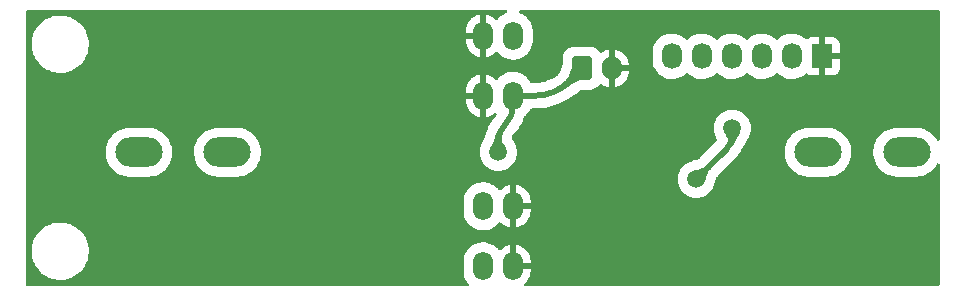
<source format=gbr>
G04 #@! TF.GenerationSoftware,KiCad,Pcbnew,6.0.11-2627ca5db0~126~ubuntu22.04.1*
G04 #@! TF.CreationDate,2023-03-12T11:08:40-04:00*
G04 #@! TF.ProjectId,ESP-Mailbox-rounded,4553502d-4d61-4696-9c62-6f782d726f75,rev?*
G04 #@! TF.SameCoordinates,PX4692680PY5d75c80*
G04 #@! TF.FileFunction,Copper,L2,Bot*
G04 #@! TF.FilePolarity,Positive*
%FSLAX46Y46*%
G04 Gerber Fmt 4.6, Leading zero omitted, Abs format (unit mm)*
G04 Created by KiCad (PCBNEW 6.0.11-2627ca5db0~126~ubuntu22.04.1) date 2023-03-12 11:08:40*
%MOMM*%
%LPD*%
G01*
G04 APERTURE LIST*
G04 Aperture macros list*
%AMRoundRect*
0 Rectangle with rounded corners*
0 $1 Rounding radius*
0 $2 $3 $4 $5 $6 $7 $8 $9 X,Y pos of 4 corners*
0 Add a 4 corners polygon primitive as box body*
4,1,4,$2,$3,$4,$5,$6,$7,$8,$9,$2,$3,0*
0 Add four circle primitives for the rounded corners*
1,1,$1+$1,$2,$3*
1,1,$1+$1,$4,$5*
1,1,$1+$1,$6,$7*
1,1,$1+$1,$8,$9*
0 Add four rect primitives between the rounded corners*
20,1,$1+$1,$2,$3,$4,$5,0*
20,1,$1+$1,$4,$5,$6,$7,0*
20,1,$1+$1,$6,$7,$8,$9,0*
20,1,$1+$1,$8,$9,$2,$3,0*%
G04 Aperture macros list end*
G04 #@! TA.AperFunction,ComponentPad*
%ADD10O,1.700000X2.400000*%
G04 #@! TD*
G04 #@! TA.AperFunction,ComponentPad*
%ADD11RoundRect,0.250000X-0.600000X-0.750000X0.600000X-0.750000X0.600000X0.750000X-0.600000X0.750000X0*%
G04 #@! TD*
G04 #@! TA.AperFunction,ComponentPad*
%ADD12O,1.700000X2.000000*%
G04 #@! TD*
G04 #@! TA.AperFunction,ComponentPad*
%ADD13R,1.700000X2.000000*%
G04 #@! TD*
G04 #@! TA.AperFunction,ComponentPad*
%ADD14O,1.700000X2.200000*%
G04 #@! TD*
G04 #@! TA.AperFunction,ComponentPad*
%ADD15O,4.000000X2.500000*%
G04 #@! TD*
G04 #@! TA.AperFunction,ViaPad*
%ADD16C,1.500000*%
G04 #@! TD*
G04 #@! TA.AperFunction,Conductor*
%ADD17C,0.500000*%
G04 #@! TD*
G04 APERTURE END LIST*
D10*
G04 #@! TO.P,SW1,1,A*
G04 #@! TO.N,/RST*
X42058000Y16934000D03*
X42058000Y22014000D03*
G04 #@! TO.P,SW1,2,B*
G04 #@! TO.N,GND*
X39518000Y16934000D03*
X39518000Y22014000D03*
G04 #@! TD*
D11*
G04 #@! TO.P,J2,1,Pin_1*
G04 #@! TO.N,/RST*
X47920000Y19260000D03*
D12*
G04 #@! TO.P,J2,2,Pin_2*
G04 #@! TO.N,GND*
X50420000Y19260000D03*
G04 #@! TD*
D10*
G04 #@! TO.P,SW2,1,A*
G04 #@! TO.N,/FLASH*
X39538000Y2496000D03*
X39538000Y7576000D03*
G04 #@! TO.P,SW2,2,B*
G04 #@! TO.N,GND*
X42078000Y2496000D03*
X42078000Y7576000D03*
G04 #@! TD*
D13*
G04 #@! TO.P,J1,1,Pin_1*
G04 #@! TO.N,GND*
X68240000Y20276000D03*
D14*
G04 #@! TO.P,J1,2,Pin_2*
G04 #@! TO.N,unconnected-(J1-Pad2)*
X65700000Y20276000D03*
G04 #@! TO.P,J1,3,Pin_3*
G04 #@! TO.N,+3.3V*
X63160000Y20276000D03*
G04 #@! TO.P,J1,4,Pin_4*
G04 #@! TO.N,/RX*
X60620000Y20276000D03*
G04 #@! TO.P,J1,5,Pin_5*
G04 #@! TO.N,/TX*
X58080000Y20276000D03*
G04 #@! TO.P,J1,6,Pin_6*
G04 #@! TO.N,unconnected-(J1-Pad6)*
X55540000Y20276000D03*
G04 #@! TD*
D15*
G04 #@! TO.P,BT1,1,+*
G04 #@! TO.N,VCC*
X75380000Y12148000D03*
X67880000Y12148000D03*
G04 #@! TO.P,BT1,2,-*
G04 #@! TO.N,Net-(BT1-Pad2)*
X10380000Y12148000D03*
X17880000Y12148000D03*
G04 #@! TD*
D16*
G04 #@! TO.N,+3.3V*
X57572000Y9862000D03*
X60620000Y14180000D03*
G04 #@! TO.N,GND*
X70780000Y20276000D03*
X53254000Y13164000D03*
X22266000Y21292000D03*
X13376000Y14942000D03*
X36998000Y22054000D03*
X17186000Y16212000D03*
X28108000Y6814000D03*
X25568000Y9608000D03*
X22266000Y16720000D03*
X22266000Y19768000D03*
X30648000Y9608000D03*
X57572000Y14688000D03*
X63414000Y15196000D03*
X28108000Y11894000D03*
X68240000Y17990000D03*
X32934000Y5544000D03*
X16932000Y5798000D03*
X22266000Y18244000D03*
X54778000Y14688000D03*
X14138000Y13418000D03*
X15154000Y14942000D03*
G04 #@! TO.N,/RST*
X40808000Y12148000D03*
G04 #@! TD*
D17*
G04 #@! TO.N,/RST*
X43949269Y16934013D02*
G75*
G03*
X46757000Y18097000I31J3970687D01*
G01*
X42058000Y16055000D02*
G75*
G02*
X42937000Y16934000I879000J0D01*
G01*
X40807992Y13042117D02*
G75*
G02*
X41432999Y14551001I2133908J-17D01*
G01*
X41436455Y14554452D02*
G75*
G03*
X42058000Y16055000I-1500555J1500548D01*
G01*
G04 #@! TO.N,+3.3V*
X60170982Y12460993D02*
G75*
G03*
X60620000Y13545000I-1083982J1084007D01*
G01*
X60170987Y12460988D02*
X57572000Y9862000D01*
X60620000Y14180000D02*
X60620000Y13545000D01*
G04 #@! TO.N,/RST*
X41432999Y14551001D02*
X41436453Y14554454D01*
X40808000Y13042117D02*
X40808000Y12148000D01*
X43949269Y16934000D02*
X42937000Y16934000D01*
X46757000Y18097000D02*
X47920000Y19260000D01*
G04 #@! TD*
G04 #@! TA.AperFunction,Conductor*
G04 #@! TO.N,+3.3V*
G36*
X58456811Y11084365D02*
G01*
X58794363Y10746813D01*
X58797790Y10738540D01*
X58794636Y10730549D01*
X58744201Y10676615D01*
X58686027Y10614406D01*
X58685875Y10614214D01*
X58685866Y10614204D01*
X58596736Y10501870D01*
X58596549Y10501634D01*
X58529203Y10397143D01*
X58529068Y10396873D01*
X58529063Y10396865D01*
X58485144Y10309305D01*
X58479263Y10297579D01*
X58442002Y10199588D01*
X58412694Y10099818D01*
X58386612Y9994915D01*
X58359064Y9881662D01*
X58358991Y9881378D01*
X58325287Y9756534D01*
X58325138Y9756030D01*
X58283006Y9623851D01*
X58277229Y9617009D01*
X58272089Y9615706D01*
X57672148Y9603977D01*
X57319001Y9597073D01*
X57310662Y9600338D01*
X57307074Y9609000D01*
X57320539Y10297848D01*
X57325704Y10562089D01*
X57329292Y10570292D01*
X57333849Y10573006D01*
X57466027Y10615139D01*
X57466530Y10615288D01*
X57499733Y10624252D01*
X57591462Y10649016D01*
X57591586Y10649048D01*
X57704912Y10676614D01*
X57809816Y10702696D01*
X57833803Y10709742D01*
X57909363Y10731938D01*
X57909374Y10731942D01*
X57909586Y10732004D01*
X58007576Y10769265D01*
X58019302Y10775146D01*
X58106862Y10819065D01*
X58106870Y10819070D01*
X58107140Y10819205D01*
X58107400Y10819373D01*
X58107406Y10819376D01*
X58211378Y10886387D01*
X58211382Y10886390D01*
X58211632Y10886551D01*
X58211868Y10886738D01*
X58324202Y10975868D01*
X58324212Y10975877D01*
X58324404Y10976029D01*
X58440549Y11084639D01*
X58448930Y11087785D01*
X58456811Y11084365D01*
G37*
G04 #@! TD.AperFunction*
G04 #@! TD*
G04 #@! TA.AperFunction,Conductor*
G04 #@! TO.N,/RST*
G36*
X40968023Y13765924D02*
G01*
X41162770Y13694511D01*
X41169358Y13688445D01*
X41169933Y13680113D01*
X41123079Y13526496D01*
X41100137Y13384165D01*
X41100912Y13259057D01*
X41121984Y13146521D01*
X41159929Y13041908D01*
X41211327Y12940567D01*
X41272755Y12837847D01*
X41272791Y12837790D01*
X41340727Y12729202D01*
X41340857Y12728989D01*
X41411854Y12609939D01*
X41412157Y12609399D01*
X41479063Y12482391D01*
X41479887Y12473474D01*
X41477144Y12468828D01*
X40816433Y11781769D01*
X40808229Y11778181D01*
X40799567Y11781769D01*
X40138631Y12469062D01*
X40135366Y12477400D01*
X40136518Y12482238D01*
X40209561Y12634244D01*
X40274310Y12772053D01*
X40274343Y12772125D01*
X40330016Y12894620D01*
X40330054Y12894703D01*
X40379596Y13008552D01*
X40393284Y13041595D01*
X40425718Y13119897D01*
X40425743Y13119957D01*
X40471299Y13235275D01*
X40519071Y13360865D01*
X40571863Y13503085D01*
X40632481Y13668290D01*
X40699705Y13851849D01*
X40705767Y13858439D01*
X40714719Y13858810D01*
X40968023Y13765924D01*
G37*
G04 #@! TD.AperFunction*
G04 #@! TD*
G04 #@! TA.AperFunction,Conductor*
G04 #@! TO.N,/RST*
G36*
X48216694Y19557017D02*
G01*
X48220282Y19548355D01*
X48199106Y18465097D01*
X48195518Y18456893D01*
X48191409Y18454332D01*
X47947302Y18365477D01*
X47734322Y18278956D01*
X47734238Y18278917D01*
X47734221Y18278910D01*
X47567537Y18202095D01*
X47550084Y18194052D01*
X47549973Y18193994D01*
X47549953Y18193984D01*
X47384788Y18107369D01*
X47384666Y18107305D01*
X47228143Y18015255D01*
X47070592Y17914441D01*
X46902090Y17801402D01*
X46712713Y17672678D01*
X46492537Y17524808D01*
X46247656Y17364797D01*
X46241507Y17360779D01*
X46232707Y17359122D01*
X46225265Y17364246D01*
X45967400Y17765378D01*
X45965809Y17774191D01*
X45970615Y17781347D01*
X46164236Y17914420D01*
X46201151Y17939791D01*
X46294635Y18015327D01*
X46393332Y18095075D01*
X46393340Y18095082D01*
X46393565Y18095264D01*
X46545952Y18245825D01*
X46665753Y18395960D01*
X46760412Y18550152D01*
X46760548Y18550439D01*
X46837278Y18712687D01*
X46837283Y18712699D01*
X46837372Y18712887D01*
X46904075Y18888649D01*
X46967965Y19081924D01*
X47036484Y19297196D01*
X47065175Y19383262D01*
X47114464Y19531112D01*
X47120331Y19537877D01*
X47125334Y19539110D01*
X48208355Y19560282D01*
X48216694Y19557017D01*
G37*
G04 #@! TD.AperFunction*
G04 #@! TD*
G04 #@! TA.AperFunction,Conductor*
G04 #@! TO.N,+3.3V*
G36*
X60641765Y14545480D02*
G01*
X60642496Y14544644D01*
X61247317Y13783282D01*
X61249780Y13774672D01*
X61248111Y13769856D01*
X61243806Y13762885D01*
X61168170Y13640418D01*
X61099249Y13520757D01*
X61041420Y13413028D01*
X60990437Y13312392D01*
X60990419Y13312356D01*
X60942068Y13214042D01*
X60942052Y13214010D01*
X60892086Y13113177D01*
X60892001Y13113007D01*
X60836145Y13004753D01*
X60836009Y13004499D01*
X60822942Y12980636D01*
X60770095Y12884127D01*
X60769972Y12883909D01*
X60689663Y12746403D01*
X60689502Y12746135D01*
X60596739Y12596634D01*
X60589465Y12591411D01*
X60580509Y12592937D01*
X60178008Y12849519D01*
X60172874Y12856855D01*
X60173975Y12864892D01*
X60235471Y12980135D01*
X60235472Y12980138D01*
X60235738Y12980636D01*
X60269979Y13092706D01*
X60276293Y13194603D01*
X60259376Y13289378D01*
X60250346Y13312481D01*
X60224060Y13379727D01*
X60224060Y13379728D01*
X60223920Y13380085D01*
X60174621Y13469775D01*
X60174523Y13469928D01*
X60174517Y13469939D01*
X60116172Y13561501D01*
X60116168Y13561507D01*
X60116163Y13561515D01*
X60053390Y13658126D01*
X60053155Y13658503D01*
X59990831Y13762885D01*
X59990400Y13763675D01*
X59936691Y13871728D01*
X59936077Y13880662D01*
X59939054Y13885366D01*
X60625221Y14545796D01*
X60633559Y14549064D01*
X60641765Y14545480D01*
G37*
G04 #@! TD.AperFunction*
G04 #@! TD*
G04 #@! TA.AperFunction,Conductor*
G04 #@! TO.N,GND*
G36*
X41514027Y24159498D02*
G01*
X41560520Y24105842D01*
X41570624Y24035568D01*
X41541130Y23970988D01*
X41486407Y23934187D01*
X41400672Y23905084D01*
X41175130Y23787924D01*
X40969904Y23637996D01*
X40789718Y23458751D01*
X40786874Y23454900D01*
X40755356Y23412229D01*
X40698795Y23369319D01*
X40628013Y23363799D01*
X40560811Y23402290D01*
X40527451Y23438953D01*
X40519918Y23445978D01*
X40338332Y23589385D01*
X40329745Y23595090D01*
X40127183Y23706911D01*
X40117774Y23711139D01*
X39899666Y23788375D01*
X39889700Y23791008D01*
X39789836Y23808797D01*
X39776541Y23807338D01*
X39772000Y23792780D01*
X39772000Y20233793D01*
X39775918Y20220449D01*
X39790194Y20218462D01*
X39854724Y20228337D01*
X39864752Y20230726D01*
X40084682Y20302610D01*
X40094192Y20306607D01*
X40299424Y20413444D01*
X40308149Y20418938D01*
X40493181Y20557864D01*
X40500888Y20564707D01*
X40563069Y20629776D01*
X40624593Y20665206D01*
X40695505Y20661749D01*
X40751874Y20622277D01*
X40842696Y20510720D01*
X40846247Y20507506D01*
X41027579Y20343372D01*
X41027583Y20343369D01*
X41031126Y20340162D01*
X41035111Y20337530D01*
X41035114Y20337527D01*
X41212335Y20220449D01*
X41243186Y20200068D01*
X41247527Y20198067D01*
X41247532Y20198064D01*
X41469645Y20095669D01*
X41469648Y20095668D01*
X41473997Y20093663D01*
X41478599Y20092339D01*
X41713654Y20024715D01*
X41713659Y20024714D01*
X41718247Y20023394D01*
X41913115Y19998258D01*
X41965578Y19991491D01*
X41965580Y19991491D01*
X41970316Y19990880D01*
X42105059Y19994055D01*
X42219622Y19996755D01*
X42219627Y19996755D01*
X42224402Y19996868D01*
X42305283Y20011202D01*
X42469955Y20040386D01*
X42469959Y20040387D01*
X42474659Y20041220D01*
X42715328Y20122916D01*
X42940870Y20240076D01*
X43146096Y20390004D01*
X43326282Y20569249D01*
X43329123Y20573095D01*
X43329127Y20573100D01*
X43474437Y20769834D01*
X43474438Y20769835D01*
X43477282Y20773686D01*
X43479510Y20777920D01*
X43593397Y20994384D01*
X43593399Y20994389D01*
X43595621Y20998612D01*
X43678576Y21238850D01*
X43724238Y21488871D01*
X43728500Y21570196D01*
X43728500Y22428625D01*
X43718554Y22559375D01*
X43714501Y22612658D01*
X43714500Y22612663D01*
X43714138Y22617425D01*
X43705431Y22654993D01*
X43657831Y22860354D01*
X43656750Y22865018D01*
X43562570Y23101081D01*
X43479881Y23241741D01*
X43436194Y23316055D01*
X43436192Y23316058D01*
X43433767Y23320183D01*
X43273304Y23517280D01*
X43203060Y23580862D01*
X43088421Y23684628D01*
X43088417Y23684631D01*
X43084874Y23687838D01*
X43080889Y23690470D01*
X43080886Y23690473D01*
X42876806Y23825295D01*
X42876804Y23825296D01*
X42872814Y23827932D01*
X42868473Y23829933D01*
X42868468Y23829936D01*
X42747423Y23885738D01*
X42642003Y23934337D01*
X42637970Y23935497D01*
X42581220Y23977896D01*
X42556347Y24044393D01*
X42571373Y24113781D01*
X42621528Y24164031D01*
X42682017Y24179500D01*
X78053500Y24179500D01*
X78121621Y24159498D01*
X78168114Y24105842D01*
X78179500Y24053500D01*
X78179500Y13214835D01*
X78159498Y13146714D01*
X78105842Y13100221D01*
X78035568Y13090117D01*
X77970988Y13119611D01*
X77940252Y13159600D01*
X77936477Y13167339D01*
X77927484Y13185778D01*
X77925029Y13189417D01*
X77925026Y13189423D01*
X77768020Y13422194D01*
X77768015Y13422201D01*
X77765560Y13425840D01*
X77762193Y13429580D01*
X77574750Y13637756D01*
X77574749Y13637757D01*
X77571802Y13641030D01*
X77349981Y13827160D01*
X77104415Y13980607D01*
X76839882Y14098385D01*
X76602736Y14166385D01*
X76565759Y14176988D01*
X76565758Y14176988D01*
X76561532Y14178200D01*
X76557182Y14178811D01*
X76557179Y14178812D01*
X76451254Y14193699D01*
X76274783Y14218500D01*
X74557695Y14218500D01*
X74555509Y14218347D01*
X74555505Y14218347D01*
X74345523Y14203664D01*
X74345518Y14203663D01*
X74341138Y14203357D01*
X74057899Y14143152D01*
X74053770Y14141649D01*
X74053766Y14141648D01*
X73789940Y14045624D01*
X73789936Y14045622D01*
X73785795Y14044115D01*
X73530123Y13908171D01*
X73526564Y13905585D01*
X73526562Y13905584D01*
X73332389Y13764509D01*
X73295858Y13737968D01*
X73292694Y13734912D01*
X73292691Y13734910D01*
X73090723Y13539872D01*
X73090720Y13539868D01*
X73087561Y13536818D01*
X72909286Y13308636D01*
X72764503Y13057864D01*
X72656029Y12789382D01*
X72585976Y12508417D01*
X72585517Y12504049D01*
X72585516Y12504044D01*
X72566281Y12321031D01*
X72555708Y12220436D01*
X72555861Y12216048D01*
X72555861Y12216042D01*
X72565660Y11935443D01*
X72565814Y11931045D01*
X72566577Y11926721D01*
X72566577Y11926716D01*
X72593343Y11774922D01*
X72616097Y11645878D01*
X72617452Y11641707D01*
X72617454Y11641700D01*
X72670550Y11478288D01*
X72705578Y11370483D01*
X72707506Y11366530D01*
X72707508Y11366525D01*
X72755785Y11267543D01*
X72832516Y11110222D01*
X72834971Y11106583D01*
X72834974Y11106577D01*
X72991980Y10873806D01*
X72991985Y10873799D01*
X72994440Y10870160D01*
X73188198Y10654970D01*
X73410019Y10468840D01*
X73655585Y10315393D01*
X73793577Y10253955D01*
X73910584Y10201860D01*
X73920118Y10197615D01*
X74198468Y10117800D01*
X74202818Y10117189D01*
X74202821Y10117188D01*
X74300175Y10103506D01*
X74485217Y10077500D01*
X76202305Y10077500D01*
X76204491Y10077653D01*
X76204495Y10077653D01*
X76414477Y10092336D01*
X76414482Y10092337D01*
X76418862Y10092643D01*
X76702101Y10152848D01*
X76706230Y10154351D01*
X76706234Y10154352D01*
X76970060Y10250376D01*
X76970064Y10250378D01*
X76974205Y10251885D01*
X77229877Y10387829D01*
X77338170Y10466508D01*
X77460579Y10555443D01*
X77460582Y10555446D01*
X77464142Y10558032D01*
X77467309Y10561090D01*
X77669277Y10756128D01*
X77669280Y10756132D01*
X77672439Y10759182D01*
X77850714Y10987364D01*
X77944381Y11149600D01*
X77995763Y11198593D01*
X78065477Y11212029D01*
X78131388Y11185643D01*
X78172570Y11127811D01*
X78179500Y11086600D01*
X78179500Y946500D01*
X78159498Y878379D01*
X78105842Y831886D01*
X78053500Y820500D01*
X43137802Y820500D01*
X43069681Y840502D01*
X43023188Y894158D01*
X43013084Y964432D01*
X43042578Y1029012D01*
X43054148Y1040724D01*
X43060894Y1046714D01*
X43220749Y1213992D01*
X43227235Y1222002D01*
X43357621Y1413141D01*
X43362714Y1422105D01*
X43460138Y1631987D01*
X43463695Y1641655D01*
X43525529Y1864622D01*
X43527460Y1874742D01*
X43547644Y2063603D01*
X43548000Y2070295D01*
X43548000Y2223885D01*
X43543525Y2239124D01*
X43542135Y2240329D01*
X43534452Y2242000D01*
X41950000Y2242000D01*
X41881879Y2262002D01*
X41835386Y2315658D01*
X41824000Y2368000D01*
X41824000Y2768115D01*
X42332000Y2768115D01*
X42336475Y2752876D01*
X42337865Y2751671D01*
X42345548Y2750000D01*
X43529885Y2750000D01*
X43545124Y2754475D01*
X43546329Y2755865D01*
X43548000Y2763548D01*
X43548000Y2904688D01*
X43547788Y2909861D01*
X43533655Y3081761D01*
X43531972Y3091923D01*
X43475603Y3316341D01*
X43472282Y3326096D01*
X43380021Y3538280D01*
X43375143Y3547378D01*
X43249467Y3741643D01*
X43243175Y3749814D01*
X43087451Y3920952D01*
X43079918Y3927978D01*
X42898332Y4071385D01*
X42889745Y4077090D01*
X42687183Y4188911D01*
X42677774Y4193139D01*
X42459666Y4270375D01*
X42449700Y4273008D01*
X42349836Y4290797D01*
X42336541Y4289338D01*
X42332000Y4274780D01*
X42332000Y2768115D01*
X41824000Y2768115D01*
X41824000Y4276207D01*
X41820082Y4289551D01*
X41805806Y4291538D01*
X41741276Y4281663D01*
X41731248Y4279274D01*
X41511318Y4207390D01*
X41501808Y4203393D01*
X41296576Y4096556D01*
X41287851Y4091062D01*
X41102819Y3952136D01*
X41095112Y3945293D01*
X41032931Y3880224D01*
X40971407Y3844794D01*
X40900495Y3848251D01*
X40844125Y3887724D01*
X40804090Y3936900D01*
X40753304Y3999280D01*
X40703371Y4044477D01*
X40568421Y4166628D01*
X40568417Y4166631D01*
X40564874Y4169838D01*
X40560889Y4172470D01*
X40560886Y4172473D01*
X40356806Y4307295D01*
X40356804Y4307296D01*
X40352814Y4309932D01*
X40348473Y4311933D01*
X40348468Y4311936D01*
X40126355Y4414331D01*
X40126352Y4414332D01*
X40122003Y4416337D01*
X40117401Y4417661D01*
X39882346Y4485285D01*
X39882341Y4485286D01*
X39877753Y4486606D01*
X39682885Y4511742D01*
X39630422Y4518509D01*
X39630420Y4518509D01*
X39625684Y4519120D01*
X39490941Y4515945D01*
X39376378Y4513245D01*
X39376373Y4513245D01*
X39371598Y4513132D01*
X39290717Y4498798D01*
X39126045Y4469614D01*
X39126041Y4469613D01*
X39121341Y4468780D01*
X38880672Y4387084D01*
X38655130Y4269924D01*
X38449904Y4119996D01*
X38269718Y3940751D01*
X38266877Y3936905D01*
X38266873Y3936900D01*
X38128689Y3749814D01*
X38118718Y3736314D01*
X38116492Y3732084D01*
X38116490Y3732080D01*
X38014528Y3538280D01*
X38000379Y3511388D01*
X37917424Y3271150D01*
X37871762Y3021129D01*
X37867500Y2939804D01*
X37867500Y2081375D01*
X37867681Y2078996D01*
X37867681Y2078995D01*
X37877964Y1943822D01*
X37881862Y1892575D01*
X37939250Y1644982D01*
X38033430Y1408919D01*
X38162233Y1189817D01*
X38165257Y1186103D01*
X38295560Y1026051D01*
X38323057Y960595D01*
X38310801Y890664D01*
X38262683Y838461D01*
X38197848Y820500D01*
X946500Y820500D01*
X878379Y840502D01*
X831886Y894158D01*
X820500Y946500D01*
X820500Y3867569D01*
X1300645Y3867569D01*
X1300732Y3863568D01*
X1300732Y3863561D01*
X1307293Y3562839D01*
X1307381Y3558823D01*
X1353294Y3253435D01*
X1437639Y2956357D01*
X1439219Y2952661D01*
X1439220Y2952659D01*
X1457519Y2909861D01*
X1559048Y2672404D01*
X1561078Y2668951D01*
X1561082Y2668943D01*
X1713520Y2409639D01*
X1713524Y2409633D01*
X1715554Y2406180D01*
X1904618Y2161999D01*
X2123177Y1943822D01*
X2212717Y1874742D01*
X2288522Y1816259D01*
X2367687Y1755183D01*
X2371154Y1753153D01*
X2371157Y1753151D01*
X2578091Y1631987D01*
X2634184Y1599143D01*
X2637869Y1597575D01*
X2637873Y1597573D01*
X2812510Y1523264D01*
X2918349Y1478229D01*
X3045878Y1442262D01*
X3211707Y1395493D01*
X3211716Y1395491D01*
X3215574Y1394403D01*
X3219547Y1393813D01*
X3219546Y1393813D01*
X3517740Y1349514D01*
X3517747Y1349513D01*
X3521041Y1349024D01*
X3524374Y1348884D01*
X3524377Y1348884D01*
X3553591Y1347660D01*
X3605116Y1345500D01*
X3802114Y1345500D01*
X3927316Y1353487D01*
X4028185Y1359921D01*
X4028190Y1359922D01*
X4032193Y1360177D01*
X4036131Y1360939D01*
X4036132Y1360939D01*
X4331453Y1418076D01*
X4331457Y1418077D01*
X4335390Y1418838D01*
X4628676Y1515549D01*
X4907295Y1648742D01*
X4910660Y1650915D01*
X4910664Y1650917D01*
X5163367Y1814085D01*
X5163373Y1814090D01*
X5166733Y1816259D01*
X5402782Y2015383D01*
X5611616Y2242886D01*
X5663046Y2315658D01*
X5787534Y2491805D01*
X5787536Y2491808D01*
X5789849Y2495081D01*
X5927481Y2754475D01*
X5932710Y2764330D01*
X5932710Y2764331D01*
X5934593Y2767879D01*
X5999387Y2939804D01*
X6042084Y3053096D01*
X6042086Y3053102D01*
X6043501Y3056857D01*
X6095427Y3275668D01*
X6113878Y3353416D01*
X6113879Y3353421D01*
X6114807Y3357332D01*
X6147355Y3664431D01*
X6145880Y3732080D01*
X6140707Y3969161D01*
X6140706Y3969167D01*
X6140619Y3973177D01*
X6094706Y4278565D01*
X6091648Y4289338D01*
X6035466Y4487217D01*
X6010361Y4575643D01*
X5888952Y4859596D01*
X5886922Y4863049D01*
X5886918Y4863057D01*
X5734480Y5122361D01*
X5734476Y5122367D01*
X5732446Y5125820D01*
X5543382Y5370001D01*
X5324823Y5588178D01*
X5196578Y5687119D01*
X5083493Y5774364D01*
X5083489Y5774367D01*
X5080313Y5776817D01*
X5074088Y5780462D01*
X4817280Y5930829D01*
X4817277Y5930831D01*
X4813816Y5932857D01*
X4810131Y5934425D01*
X4810127Y5934427D01*
X4533345Y6052199D01*
X4529651Y6053771D01*
X4402122Y6089738D01*
X4236293Y6136507D01*
X4236284Y6136509D01*
X4232426Y6137597D01*
X4141888Y6151047D01*
X3930260Y6182486D01*
X3930253Y6182487D01*
X3926959Y6182976D01*
X3923626Y6183116D01*
X3923623Y6183116D01*
X3894409Y6184340D01*
X3842884Y6186500D01*
X3645886Y6186500D01*
X3520684Y6178513D01*
X3419815Y6172079D01*
X3419810Y6172078D01*
X3415807Y6171823D01*
X3411869Y6171061D01*
X3411868Y6171061D01*
X3116547Y6113924D01*
X3116543Y6113923D01*
X3112610Y6113162D01*
X2819324Y6016451D01*
X2540705Y5883258D01*
X2537340Y5881085D01*
X2537336Y5881083D01*
X2284633Y5717915D01*
X2284627Y5717910D01*
X2281267Y5715741D01*
X2045218Y5516617D01*
X1836384Y5289114D01*
X1658151Y5036919D01*
X1513407Y4764121D01*
X1511992Y4760365D01*
X1511991Y4760364D01*
X1418502Y4512298D01*
X1404499Y4475143D01*
X1403570Y4471228D01*
X1340010Y4203393D01*
X1333193Y4174668D01*
X1300645Y3867569D01*
X820500Y3867569D01*
X820500Y7161375D01*
X37867500Y7161375D01*
X37881862Y6972575D01*
X37939250Y6724982D01*
X38033430Y6488919D01*
X38162233Y6269817D01*
X38322696Y6072720D01*
X38326247Y6069506D01*
X38507579Y5905372D01*
X38507583Y5905369D01*
X38511126Y5902162D01*
X38515111Y5899530D01*
X38515114Y5899527D01*
X38719194Y5764705D01*
X38723186Y5762068D01*
X38727527Y5760067D01*
X38727532Y5760064D01*
X38949645Y5657669D01*
X38949648Y5657668D01*
X38953997Y5655663D01*
X38958599Y5654339D01*
X39193654Y5586715D01*
X39193659Y5586714D01*
X39198247Y5585394D01*
X39393115Y5560258D01*
X39445578Y5553491D01*
X39445580Y5553491D01*
X39450316Y5552880D01*
X39585059Y5556055D01*
X39699622Y5558755D01*
X39699627Y5558755D01*
X39704402Y5558868D01*
X39785283Y5573202D01*
X39949955Y5602386D01*
X39949959Y5602387D01*
X39954659Y5603220D01*
X40195328Y5684916D01*
X40420870Y5802076D01*
X40626096Y5952004D01*
X40806282Y6131249D01*
X40840644Y6177771D01*
X40897205Y6220681D01*
X40967987Y6226201D01*
X41035189Y6187710D01*
X41068549Y6151047D01*
X41076082Y6144022D01*
X41257668Y6000615D01*
X41266255Y5994910D01*
X41468817Y5883089D01*
X41478226Y5878861D01*
X41696334Y5801625D01*
X41706300Y5798992D01*
X41806164Y5781203D01*
X41819459Y5782662D01*
X41823555Y5795793D01*
X42332000Y5795793D01*
X42335918Y5782449D01*
X42350194Y5780462D01*
X42414724Y5790337D01*
X42424752Y5792726D01*
X42644682Y5864610D01*
X42654192Y5868607D01*
X42859424Y5975444D01*
X42868149Y5980938D01*
X43053181Y6119864D01*
X43060888Y6126707D01*
X43220749Y6293992D01*
X43227235Y6302002D01*
X43357621Y6493141D01*
X43362714Y6502105D01*
X43460138Y6711987D01*
X43463695Y6721655D01*
X43525529Y6944622D01*
X43527460Y6954742D01*
X43547644Y7143603D01*
X43548000Y7150295D01*
X43548000Y7303885D01*
X43543525Y7319124D01*
X43542135Y7320329D01*
X43534452Y7322000D01*
X42350115Y7322000D01*
X42334876Y7317525D01*
X42333671Y7316135D01*
X42332000Y7308452D01*
X42332000Y5795793D01*
X41823555Y5795793D01*
X41824000Y5797220D01*
X41824000Y7848115D01*
X42332000Y7848115D01*
X42336475Y7832876D01*
X42337865Y7831671D01*
X42345548Y7830000D01*
X43529885Y7830000D01*
X43545124Y7834475D01*
X43546329Y7835865D01*
X43548000Y7843548D01*
X43548000Y7984688D01*
X43547788Y7989861D01*
X43533655Y8161761D01*
X43531972Y8171923D01*
X43475603Y8396341D01*
X43472282Y8406096D01*
X43380021Y8618280D01*
X43375143Y8627378D01*
X43249467Y8821643D01*
X43243175Y8829814D01*
X43087451Y9000952D01*
X43079918Y9007978D01*
X42898332Y9151385D01*
X42889745Y9157090D01*
X42687183Y9268911D01*
X42677774Y9273139D01*
X42459666Y9350375D01*
X42449700Y9353008D01*
X42349836Y9370797D01*
X42336541Y9369338D01*
X42332000Y9354780D01*
X42332000Y7848115D01*
X41824000Y7848115D01*
X41824000Y9356207D01*
X41820082Y9369551D01*
X41805806Y9371538D01*
X41741276Y9361663D01*
X41731248Y9359274D01*
X41511318Y9287390D01*
X41501808Y9283393D01*
X41296576Y9176556D01*
X41287851Y9171062D01*
X41102819Y9032136D01*
X41095112Y9025293D01*
X41032931Y8960224D01*
X40971407Y8924794D01*
X40900495Y8928251D01*
X40844125Y8967724D01*
X40804090Y9016900D01*
X40753304Y9079280D01*
X40673651Y9151378D01*
X40568421Y9246628D01*
X40568417Y9246631D01*
X40564874Y9249838D01*
X40560889Y9252470D01*
X40560886Y9252473D01*
X40356806Y9387295D01*
X40356804Y9387296D01*
X40352814Y9389932D01*
X40348473Y9391933D01*
X40348468Y9391936D01*
X40126355Y9494331D01*
X40126352Y9494332D01*
X40122003Y9496337D01*
X40089510Y9505685D01*
X39882346Y9565285D01*
X39882341Y9565286D01*
X39877753Y9566606D01*
X39682885Y9591742D01*
X39630422Y9598509D01*
X39630420Y9598509D01*
X39625684Y9599120D01*
X39490941Y9595945D01*
X39376378Y9593245D01*
X39376373Y9593245D01*
X39371598Y9593132D01*
X39290717Y9578798D01*
X39126045Y9549614D01*
X39126041Y9549613D01*
X39121341Y9548780D01*
X39116814Y9547243D01*
X39116813Y9547243D01*
X39043095Y9522219D01*
X38880672Y9467084D01*
X38655130Y9349924D01*
X38449904Y9199996D01*
X38446512Y9196622D01*
X38446510Y9196620D01*
X38360625Y9111184D01*
X38269718Y9020751D01*
X38266877Y9016905D01*
X38266873Y9016900D01*
X38128689Y8829814D01*
X38118718Y8816314D01*
X38116492Y8812084D01*
X38116490Y8812080D01*
X38014528Y8618280D01*
X38000379Y8591388D01*
X37917424Y8351150D01*
X37871762Y8101129D01*
X37867500Y8019804D01*
X37867500Y7161375D01*
X820500Y7161375D01*
X820500Y9862000D01*
X55996644Y9862000D01*
X56016039Y9615560D01*
X56017193Y9610753D01*
X56017194Y9610747D01*
X56042503Y9505330D01*
X56073747Y9375188D01*
X56075640Y9370617D01*
X56075641Y9370615D01*
X56076170Y9369338D01*
X56168348Y9146803D01*
X56297510Y8936029D01*
X56300722Y8932269D01*
X56300725Y8932264D01*
X56388226Y8829814D01*
X56458055Y8748055D01*
X56461817Y8744842D01*
X56642264Y8590725D01*
X56642269Y8590722D01*
X56646029Y8587510D01*
X56856803Y8458348D01*
X56861378Y8456453D01*
X57080615Y8365641D01*
X57080617Y8365640D01*
X57085188Y8363747D01*
X57157252Y8346446D01*
X57320747Y8307194D01*
X57320753Y8307193D01*
X57325560Y8306039D01*
X57572000Y8286644D01*
X57818440Y8306039D01*
X57823247Y8307193D01*
X57823253Y8307194D01*
X57986748Y8346446D01*
X58058812Y8363747D01*
X58063383Y8365640D01*
X58063385Y8365641D01*
X58282622Y8456453D01*
X58287197Y8458348D01*
X58497971Y8587510D01*
X58501731Y8590722D01*
X58501736Y8590725D01*
X58682183Y8744842D01*
X58685945Y8748055D01*
X58755774Y8829814D01*
X58843275Y8932264D01*
X58843278Y8932269D01*
X58846490Y8936029D01*
X58975652Y9146803D01*
X59019423Y9252473D01*
X59067409Y9368320D01*
X59067858Y9369361D01*
X59068069Y9369914D01*
X59069517Y9373151D01*
X59069877Y9374280D01*
X59070253Y9375188D01*
X59070518Y9376290D01*
X59074026Y9387295D01*
X59111549Y9505015D01*
X59111568Y9505075D01*
X59111649Y9505330D01*
X59116768Y9521996D01*
X59116917Y9522500D01*
X59122255Y9541377D01*
X59155959Y9666221D01*
X59158501Y9675870D01*
X59158574Y9676154D01*
X59161176Y9686554D01*
X59188179Y9797567D01*
X59188332Y9798188D01*
X59208976Y9881220D01*
X59210361Y9886331D01*
X59223618Y9931461D01*
X59226739Y9940737D01*
X59233679Y9958986D01*
X59238825Y9970692D01*
X59244117Y9981242D01*
X59250832Y9993005D01*
X59265075Y10015105D01*
X59272281Y10025165D01*
X59308694Y10071057D01*
X59315368Y10078800D01*
X59395942Y10164963D01*
X59395946Y10164967D01*
X59397581Y10166716D01*
X59399069Y10168570D01*
X59399077Y10168580D01*
X59421467Y10196490D01*
X59430654Y10206739D01*
X60874440Y11650526D01*
X60886310Y11660992D01*
X60907290Y11677265D01*
X60907294Y11677268D01*
X60910064Y11679417D01*
X60931599Y11700359D01*
X60946463Y11718455D01*
X60949841Y11722397D01*
X61125689Y11919167D01*
X61290190Y12151004D01*
X61293992Y12156085D01*
X61298182Y12161400D01*
X61300035Y12164387D01*
X61300041Y12164395D01*
X61334813Y12220436D01*
X65055708Y12220436D01*
X65055861Y12216048D01*
X65055861Y12216042D01*
X65065660Y11935443D01*
X65065814Y11931045D01*
X65066577Y11926721D01*
X65066577Y11926716D01*
X65093343Y11774922D01*
X65116097Y11645878D01*
X65117452Y11641707D01*
X65117454Y11641700D01*
X65170550Y11478288D01*
X65205578Y11370483D01*
X65207506Y11366530D01*
X65207508Y11366525D01*
X65255785Y11267543D01*
X65332516Y11110222D01*
X65334971Y11106583D01*
X65334974Y11106577D01*
X65491980Y10873806D01*
X65491985Y10873799D01*
X65494440Y10870160D01*
X65688198Y10654970D01*
X65910019Y10468840D01*
X66155585Y10315393D01*
X66293577Y10253955D01*
X66410584Y10201860D01*
X66420118Y10197615D01*
X66698468Y10117800D01*
X66702818Y10117189D01*
X66702821Y10117188D01*
X66800175Y10103506D01*
X66985217Y10077500D01*
X68702305Y10077500D01*
X68704491Y10077653D01*
X68704495Y10077653D01*
X68914477Y10092336D01*
X68914482Y10092337D01*
X68918862Y10092643D01*
X69202101Y10152848D01*
X69206230Y10154351D01*
X69206234Y10154352D01*
X69470060Y10250376D01*
X69470064Y10250378D01*
X69474205Y10251885D01*
X69729877Y10387829D01*
X69838170Y10466508D01*
X69960579Y10555443D01*
X69960582Y10555446D01*
X69964142Y10558032D01*
X69967309Y10561090D01*
X70169277Y10756128D01*
X70169280Y10756132D01*
X70172439Y10759182D01*
X70350714Y10987364D01*
X70495497Y11238136D01*
X70603971Y11506618D01*
X70674024Y11787583D01*
X70686004Y11901560D01*
X70703833Y12071195D01*
X70703833Y12071198D01*
X70704292Y12075564D01*
X70701763Y12148000D01*
X70694340Y12360557D01*
X70694339Y12360563D01*
X70694186Y12364955D01*
X70688139Y12399253D01*
X70651327Y12608018D01*
X70643903Y12650122D01*
X70642548Y12654293D01*
X70642546Y12654300D01*
X70555783Y12921328D01*
X70554422Y12925517D01*
X70521145Y12993746D01*
X70463751Y13111419D01*
X70427484Y13185778D01*
X70425029Y13189417D01*
X70425026Y13189423D01*
X70268020Y13422194D01*
X70268015Y13422201D01*
X70265560Y13425840D01*
X70262193Y13429580D01*
X70074750Y13637756D01*
X70074749Y13637757D01*
X70071802Y13641030D01*
X69849981Y13827160D01*
X69604415Y13980607D01*
X69339882Y14098385D01*
X69102736Y14166385D01*
X69065759Y14176988D01*
X69065758Y14176988D01*
X69061532Y14178200D01*
X69057182Y14178811D01*
X69057179Y14178812D01*
X68951254Y14193699D01*
X68774783Y14218500D01*
X67057695Y14218500D01*
X67055509Y14218347D01*
X67055505Y14218347D01*
X66845523Y14203664D01*
X66845518Y14203663D01*
X66841138Y14203357D01*
X66557899Y14143152D01*
X66553770Y14141649D01*
X66553766Y14141648D01*
X66289940Y14045624D01*
X66289936Y14045622D01*
X66285795Y14044115D01*
X66030123Y13908171D01*
X66026564Y13905585D01*
X66026562Y13905584D01*
X65832389Y13764509D01*
X65795858Y13737968D01*
X65792694Y13734912D01*
X65792691Y13734910D01*
X65590723Y13539872D01*
X65590720Y13539868D01*
X65587561Y13536818D01*
X65409286Y13308636D01*
X65264503Y13057864D01*
X65156029Y12789382D01*
X65085976Y12508417D01*
X65085517Y12504049D01*
X65085516Y12504044D01*
X65066281Y12321031D01*
X65055708Y12220436D01*
X61334813Y12220436D01*
X61390945Y12310901D01*
X61391013Y12311012D01*
X61396965Y12320763D01*
X61397129Y12321031D01*
X61397290Y12321299D01*
X61402493Y12330082D01*
X61482802Y12467588D01*
X61488929Y12478259D01*
X61489052Y12478477D01*
X61494148Y12487646D01*
X61560062Y12608018D01*
X61563756Y12614839D01*
X61563892Y12615093D01*
X61569748Y12626234D01*
X61625604Y12734488D01*
X61631666Y12746474D01*
X61681717Y12847477D01*
X61682814Y12849700D01*
X61728682Y12942964D01*
X61729335Y12944272D01*
X61772717Y13029904D01*
X61774100Y13032555D01*
X61819848Y13117779D01*
X61821680Y13121073D01*
X61876221Y13215767D01*
X61878202Y13219088D01*
X61948640Y13333139D01*
X61948643Y13333145D01*
X61950459Y13336085D01*
X61967176Y13371280D01*
X61973557Y13383055D01*
X62021066Y13460583D01*
X62023652Y13464803D01*
X62118253Y13693188D01*
X62175961Y13933560D01*
X62195356Y14180000D01*
X62175961Y14426440D01*
X62118253Y14666812D01*
X62049923Y14831775D01*
X62025547Y14890622D01*
X62023652Y14895197D01*
X61894490Y15105971D01*
X61891278Y15109731D01*
X61891275Y15109736D01*
X61737158Y15290183D01*
X61733945Y15293945D01*
X61696860Y15325619D01*
X61549736Y15451275D01*
X61549731Y15451278D01*
X61545971Y15454490D01*
X61335197Y15583652D01*
X61228574Y15627817D01*
X61111385Y15676359D01*
X61111383Y15676360D01*
X61106812Y15678253D01*
X61023578Y15698236D01*
X60871253Y15734806D01*
X60871247Y15734807D01*
X60866440Y15735961D01*
X60620000Y15755356D01*
X60373560Y15735961D01*
X60368753Y15734807D01*
X60368747Y15734806D01*
X60216422Y15698236D01*
X60133188Y15678253D01*
X60128617Y15676360D01*
X60128615Y15676359D01*
X60011426Y15627817D01*
X59904803Y15583652D01*
X59694029Y15454490D01*
X59690269Y15451278D01*
X59690264Y15451275D01*
X59543140Y15325619D01*
X59506055Y15293945D01*
X59502842Y15290183D01*
X59348725Y15109736D01*
X59348722Y15109731D01*
X59345510Y15105971D01*
X59216348Y14895197D01*
X59214453Y14890622D01*
X59190078Y14831775D01*
X59121747Y14666812D01*
X59064039Y14426440D01*
X59044644Y14180000D01*
X59064039Y13933560D01*
X59121747Y13693188D01*
X59123640Y13688617D01*
X59123641Y13688615D01*
X59178182Y13556942D01*
X59180173Y13551823D01*
X59189981Y13524880D01*
X59197475Y13504292D01*
X59210652Y13477783D01*
X59214226Y13469926D01*
X59216348Y13464803D01*
X59218931Y13460587D01*
X59220617Y13457279D01*
X59222833Y13453277D01*
X59251184Y13396239D01*
X59265732Y13368318D01*
X59266163Y13367528D01*
X59282058Y13339694D01*
X59282391Y13339137D01*
X59326592Y13265107D01*
X59344340Y13196365D01*
X59322105Y13128940D01*
X59307503Y13111419D01*
X57910388Y11714304D01*
X57896509Y11702312D01*
X57876718Y11687586D01*
X57874142Y11685178D01*
X57874137Y11685173D01*
X57788791Y11605364D01*
X57781047Y11598691D01*
X57735171Y11562291D01*
X57725112Y11555085D01*
X57702995Y11540831D01*
X57691241Y11534120D01*
X57680679Y11528822D01*
X57668979Y11523679D01*
X57650726Y11516738D01*
X57641481Y11513627D01*
X57596304Y11500356D01*
X57591238Y11498984D01*
X57507997Y11478288D01*
X57507376Y11478135D01*
X57483167Y11472246D01*
X57396476Y11451159D01*
X57396164Y11451079D01*
X57396136Y11451072D01*
X57376826Y11446118D01*
X57376797Y11446110D01*
X57376437Y11446018D01*
X57376061Y11445916D01*
X57375987Y11445897D01*
X57251855Y11412386D01*
X57251381Y11412258D01*
X57232069Y11406792D01*
X57231566Y11406643D01*
X57215320Y11401648D01*
X57086279Y11360515D01*
X57085188Y11360253D01*
X57084289Y11359881D01*
X57083142Y11359515D01*
X57080083Y11358139D01*
X57079616Y11357945D01*
X57079155Y11357769D01*
X57078350Y11357421D01*
X56856803Y11265652D01*
X56646029Y11136490D01*
X56642269Y11133278D01*
X56642264Y11133275D01*
X56635867Y11127811D01*
X56458055Y10975945D01*
X56454842Y10972183D01*
X56300725Y10791736D01*
X56300722Y10791731D01*
X56297510Y10787971D01*
X56168348Y10577197D01*
X56166453Y10572622D01*
X56089909Y10387829D01*
X56073747Y10348812D01*
X56065724Y10315393D01*
X56030030Y10166716D01*
X56016039Y10108440D01*
X55996644Y9862000D01*
X820500Y9862000D01*
X820500Y12220436D01*
X7555708Y12220436D01*
X7555861Y12216048D01*
X7555861Y12216042D01*
X7565660Y11935443D01*
X7565814Y11931045D01*
X7566577Y11926721D01*
X7566577Y11926716D01*
X7593343Y11774922D01*
X7616097Y11645878D01*
X7617452Y11641707D01*
X7617454Y11641700D01*
X7670550Y11478288D01*
X7705578Y11370483D01*
X7707506Y11366530D01*
X7707508Y11366525D01*
X7755785Y11267543D01*
X7832516Y11110222D01*
X7834971Y11106583D01*
X7834974Y11106577D01*
X7991980Y10873806D01*
X7991985Y10873799D01*
X7994440Y10870160D01*
X8188198Y10654970D01*
X8410019Y10468840D01*
X8655585Y10315393D01*
X8793577Y10253955D01*
X8910584Y10201860D01*
X8920118Y10197615D01*
X9198468Y10117800D01*
X9202818Y10117189D01*
X9202821Y10117188D01*
X9300175Y10103506D01*
X9485217Y10077500D01*
X11202305Y10077500D01*
X11204491Y10077653D01*
X11204495Y10077653D01*
X11414477Y10092336D01*
X11414482Y10092337D01*
X11418862Y10092643D01*
X11702101Y10152848D01*
X11706230Y10154351D01*
X11706234Y10154352D01*
X11970060Y10250376D01*
X11970064Y10250378D01*
X11974205Y10251885D01*
X12229877Y10387829D01*
X12338170Y10466508D01*
X12460579Y10555443D01*
X12460582Y10555446D01*
X12464142Y10558032D01*
X12467309Y10561090D01*
X12669277Y10756128D01*
X12669280Y10756132D01*
X12672439Y10759182D01*
X12850714Y10987364D01*
X12995497Y11238136D01*
X13103971Y11506618D01*
X13174024Y11787583D01*
X13186004Y11901560D01*
X13203833Y12071195D01*
X13203833Y12071198D01*
X13204292Y12075564D01*
X13201763Y12148000D01*
X13199233Y12220436D01*
X15055708Y12220436D01*
X15055861Y12216048D01*
X15055861Y12216042D01*
X15065660Y11935443D01*
X15065814Y11931045D01*
X15066577Y11926721D01*
X15066577Y11926716D01*
X15093343Y11774922D01*
X15116097Y11645878D01*
X15117452Y11641707D01*
X15117454Y11641700D01*
X15170550Y11478288D01*
X15205578Y11370483D01*
X15207506Y11366530D01*
X15207508Y11366525D01*
X15255785Y11267543D01*
X15332516Y11110222D01*
X15334971Y11106583D01*
X15334974Y11106577D01*
X15491980Y10873806D01*
X15491985Y10873799D01*
X15494440Y10870160D01*
X15688198Y10654970D01*
X15910019Y10468840D01*
X16155585Y10315393D01*
X16293577Y10253955D01*
X16410584Y10201860D01*
X16420118Y10197615D01*
X16698468Y10117800D01*
X16702818Y10117189D01*
X16702821Y10117188D01*
X16800175Y10103506D01*
X16985217Y10077500D01*
X18702305Y10077500D01*
X18704491Y10077653D01*
X18704495Y10077653D01*
X18914477Y10092336D01*
X18914482Y10092337D01*
X18918862Y10092643D01*
X19202101Y10152848D01*
X19206230Y10154351D01*
X19206234Y10154352D01*
X19470060Y10250376D01*
X19470064Y10250378D01*
X19474205Y10251885D01*
X19729877Y10387829D01*
X19838170Y10466508D01*
X19960579Y10555443D01*
X19960582Y10555446D01*
X19964142Y10558032D01*
X19967309Y10561090D01*
X20169277Y10756128D01*
X20169280Y10756132D01*
X20172439Y10759182D01*
X20350714Y10987364D01*
X20495497Y11238136D01*
X20603971Y11506618D01*
X20674024Y11787583D01*
X20686004Y11901560D01*
X20703833Y12071195D01*
X20703833Y12071198D01*
X20704292Y12075564D01*
X20701763Y12148000D01*
X39232644Y12148000D01*
X39252039Y11901560D01*
X39309747Y11661188D01*
X39311640Y11656617D01*
X39311641Y11656615D01*
X39335634Y11598691D01*
X39404348Y11432803D01*
X39533510Y11222029D01*
X39536722Y11218269D01*
X39536725Y11218264D01*
X39595370Y11149600D01*
X39694055Y11034055D01*
X39697817Y11030842D01*
X39878264Y10876725D01*
X39878269Y10876722D01*
X39882029Y10873510D01*
X40092803Y10744348D01*
X40097378Y10742453D01*
X40316615Y10651641D01*
X40316617Y10651640D01*
X40321188Y10649747D01*
X40404422Y10629764D01*
X40556747Y10593194D01*
X40556753Y10593193D01*
X40561560Y10592039D01*
X40808000Y10572644D01*
X41054440Y10592039D01*
X41059247Y10593193D01*
X41059253Y10593194D01*
X41211578Y10629764D01*
X41294812Y10649747D01*
X41299383Y10651640D01*
X41299385Y10651641D01*
X41518622Y10742453D01*
X41523197Y10744348D01*
X41733971Y10873510D01*
X41737731Y10876722D01*
X41737736Y10876725D01*
X41918183Y11030842D01*
X41921945Y11034055D01*
X42020630Y11149600D01*
X42079275Y11218264D01*
X42079278Y11218269D01*
X42082490Y11222029D01*
X42211652Y11432803D01*
X42280366Y11598691D01*
X42304359Y11656615D01*
X42304360Y11656617D01*
X42306253Y11661188D01*
X42363961Y11901560D01*
X42383356Y12148000D01*
X42363961Y12394440D01*
X42343881Y12478082D01*
X42326236Y12551578D01*
X42306253Y12634812D01*
X42301702Y12645799D01*
X42213549Y12858618D01*
X42213547Y12858621D01*
X42211652Y12863197D01*
X42209740Y12866317D01*
X42209421Y12867133D01*
X42142515Y12994141D01*
X42132069Y13013350D01*
X42131766Y13013890D01*
X42120850Y13032758D01*
X42049853Y13151808D01*
X42045486Y13159044D01*
X42045356Y13159257D01*
X42040551Y13167034D01*
X42040361Y13167339D01*
X41977686Y13267518D01*
X41976364Y13269678D01*
X41959639Y13297646D01*
X41941844Y13366376D01*
X41947258Y13399070D01*
X41954310Y13422194D01*
X41959369Y13438778D01*
X41963476Y13450230D01*
X41990607Y13515726D01*
X41999582Y13533340D01*
X41999588Y13533350D01*
X42076409Y13658708D01*
X42088026Y13674697D01*
X42156347Y13754691D01*
X42170389Y13768089D01*
X42170099Y13768423D01*
X42172754Y13770732D01*
X42175541Y13772893D01*
X42181553Y13778740D01*
X42182925Y13779835D01*
X42184059Y13781176D01*
X42197075Y13793835D01*
X42199312Y13796558D01*
X42212431Y13812529D01*
X42216434Y13817168D01*
X42404711Y14024902D01*
X42406793Y14027199D01*
X42536764Y14202444D01*
X42591811Y14276667D01*
X42593654Y14279152D01*
X42754919Y14548208D01*
X42756558Y14551672D01*
X42796523Y14636173D01*
X42889036Y14831775D01*
X42941874Y14979448D01*
X42993673Y15124214D01*
X42993676Y15124223D01*
X42994713Y15127122D01*
X42995462Y15130112D01*
X42995465Y15130122D01*
X43005797Y15171372D01*
X43041752Y15232592D01*
X43053693Y15242499D01*
X43146096Y15310004D01*
X43168774Y15332563D01*
X43273645Y15436887D01*
X43326282Y15489249D01*
X43329123Y15493095D01*
X43329127Y15493100D01*
X43474437Y15689834D01*
X43474438Y15689835D01*
X43477282Y15693686D01*
X43479508Y15697917D01*
X43479513Y15697925D01*
X43531201Y15796168D01*
X43580620Y15847140D01*
X43642709Y15863500D01*
X43873617Y15863500D01*
X43889410Y15862506D01*
X43915726Y15859181D01*
X43915729Y15859181D01*
X43919226Y15858739D01*
X43949261Y15858320D01*
X43967791Y15860137D01*
X43975105Y15860638D01*
X44345097Y15875173D01*
X44500039Y15893510D01*
X44736047Y15921441D01*
X44736060Y15921443D01*
X44738493Y15921731D01*
X44740904Y15922211D01*
X44740913Y15922212D01*
X45124607Y15998531D01*
X45124618Y15998534D01*
X45127023Y15999012D01*
X45508292Y16106539D01*
X45510608Y16107394D01*
X45510619Y16107397D01*
X45877623Y16242791D01*
X45879949Y16243649D01*
X46239703Y16409496D01*
X46241842Y16410694D01*
X46241852Y16410699D01*
X46583174Y16601849D01*
X46585335Y16603059D01*
X46587387Y16604430D01*
X46587413Y16604446D01*
X46654365Y16649182D01*
X46667680Y16656945D01*
X46686555Y16666452D01*
X46689909Y16668141D01*
X46689914Y16668144D01*
X46693057Y16669727D01*
X46944087Y16833756D01*
X46952779Y16839515D01*
X46952822Y16839544D01*
X46952893Y16839591D01*
X47172955Y16987385D01*
X47173038Y16987441D01*
X47176771Y16989962D01*
X47176796Y16989979D01*
X47363756Y17117059D01*
X47364391Y17117488D01*
X47521938Y17223180D01*
X47524223Y17224677D01*
X47657998Y17310276D01*
X47662002Y17312734D01*
X47783212Y17384017D01*
X47788545Y17386980D01*
X47861212Y17425087D01*
X47919729Y17439500D01*
X48586624Y17439501D01*
X48622248Y17439501D01*
X48623986Y17439589D01*
X48624033Y17439591D01*
X48624035Y17439591D01*
X48628704Y17439827D01*
X48633292Y17440752D01*
X48828459Y17480104D01*
X48828462Y17480105D01*
X48834498Y17481322D01*
X49028313Y17562000D01*
X49033432Y17565427D01*
X49033436Y17565429D01*
X49197643Y17675355D01*
X49197648Y17675359D01*
X49202767Y17678786D01*
X49351214Y17827233D01*
X49386443Y17879858D01*
X49440960Y17925338D01*
X49511411Y17934124D01*
X49569239Y17908646D01*
X49599668Y17884615D01*
X49608255Y17878910D01*
X49810817Y17767089D01*
X49820226Y17762861D01*
X50038334Y17685625D01*
X50048300Y17682992D01*
X50148164Y17665203D01*
X50161459Y17666662D01*
X50165555Y17679793D01*
X50674000Y17679793D01*
X50677918Y17666449D01*
X50692194Y17664462D01*
X50756724Y17674337D01*
X50766752Y17676726D01*
X50986682Y17748610D01*
X50996192Y17752607D01*
X51201424Y17859444D01*
X51210149Y17864938D01*
X51395181Y18003864D01*
X51402888Y18010707D01*
X51562749Y18177992D01*
X51569235Y18186002D01*
X51699621Y18377141D01*
X51704714Y18386105D01*
X51802138Y18595987D01*
X51805695Y18605655D01*
X51867529Y18828622D01*
X51869460Y18838742D01*
X51885410Y18987987D01*
X51882762Y19002608D01*
X51870384Y19006000D01*
X50692115Y19006000D01*
X50676876Y19001525D01*
X50675671Y19000135D01*
X50674000Y18992452D01*
X50674000Y17679793D01*
X50165555Y17679793D01*
X50166000Y17681220D01*
X50166000Y19532115D01*
X50674000Y19532115D01*
X50678475Y19516876D01*
X50679865Y19515671D01*
X50687548Y19514000D01*
X51868372Y19514000D01*
X51883101Y19518325D01*
X51885162Y19530111D01*
X51875654Y19645761D01*
X51873972Y19655923D01*
X51817603Y19880341D01*
X51814282Y19890096D01*
X51783289Y19961375D01*
X53869500Y19961375D01*
X53883862Y19772575D01*
X53884941Y19767921D01*
X53884941Y19767919D01*
X53902728Y19691180D01*
X53941250Y19524982D01*
X54035430Y19288919D01*
X54037858Y19284789D01*
X54132632Y19123573D01*
X54164233Y19069817D01*
X54324696Y18872720D01*
X54353001Y18847100D01*
X54509579Y18705372D01*
X54509583Y18705369D01*
X54513126Y18702162D01*
X54517111Y18699530D01*
X54517114Y18699527D01*
X54721194Y18564705D01*
X54725186Y18562068D01*
X54729527Y18560067D01*
X54729532Y18560064D01*
X54951645Y18457669D01*
X54951648Y18457668D01*
X54955997Y18455663D01*
X54960599Y18454339D01*
X55195654Y18386715D01*
X55195659Y18386714D01*
X55200247Y18385394D01*
X55395115Y18360258D01*
X55447578Y18353491D01*
X55447580Y18353491D01*
X55452316Y18352880D01*
X55587059Y18356055D01*
X55701622Y18358755D01*
X55701627Y18358755D01*
X55706402Y18358868D01*
X55809508Y18377141D01*
X55951955Y18402386D01*
X55951959Y18402387D01*
X55956659Y18403220D01*
X56197328Y18484916D01*
X56422870Y18602076D01*
X56628096Y18752004D01*
X56719585Y18843015D01*
X56781984Y18876875D01*
X56852787Y18871625D01*
X56893000Y18847100D01*
X57049579Y18705372D01*
X57049583Y18705369D01*
X57053126Y18702162D01*
X57057111Y18699530D01*
X57057114Y18699527D01*
X57261194Y18564705D01*
X57265186Y18562068D01*
X57269527Y18560067D01*
X57269532Y18560064D01*
X57491645Y18457669D01*
X57491648Y18457668D01*
X57495997Y18455663D01*
X57500599Y18454339D01*
X57735654Y18386715D01*
X57735659Y18386714D01*
X57740247Y18385394D01*
X57935115Y18360258D01*
X57987578Y18353491D01*
X57987580Y18353491D01*
X57992316Y18352880D01*
X58127059Y18356055D01*
X58241622Y18358755D01*
X58241627Y18358755D01*
X58246402Y18358868D01*
X58349508Y18377141D01*
X58491955Y18402386D01*
X58491959Y18402387D01*
X58496659Y18403220D01*
X58737328Y18484916D01*
X58962870Y18602076D01*
X59168096Y18752004D01*
X59259585Y18843015D01*
X59321984Y18876875D01*
X59392787Y18871625D01*
X59433000Y18847100D01*
X59589579Y18705372D01*
X59589583Y18705369D01*
X59593126Y18702162D01*
X59597111Y18699530D01*
X59597114Y18699527D01*
X59801194Y18564705D01*
X59805186Y18562068D01*
X59809527Y18560067D01*
X59809532Y18560064D01*
X60031645Y18457669D01*
X60031648Y18457668D01*
X60035997Y18455663D01*
X60040599Y18454339D01*
X60275654Y18386715D01*
X60275659Y18386714D01*
X60280247Y18385394D01*
X60475115Y18360258D01*
X60527578Y18353491D01*
X60527580Y18353491D01*
X60532316Y18352880D01*
X60667059Y18356055D01*
X60781622Y18358755D01*
X60781627Y18358755D01*
X60786402Y18358868D01*
X60889508Y18377141D01*
X61031955Y18402386D01*
X61031959Y18402387D01*
X61036659Y18403220D01*
X61277328Y18484916D01*
X61502870Y18602076D01*
X61708096Y18752004D01*
X61799585Y18843015D01*
X61861984Y18876875D01*
X61932787Y18871625D01*
X61973000Y18847100D01*
X62129579Y18705372D01*
X62129583Y18705369D01*
X62133126Y18702162D01*
X62137111Y18699530D01*
X62137114Y18699527D01*
X62341194Y18564705D01*
X62345186Y18562068D01*
X62349527Y18560067D01*
X62349532Y18560064D01*
X62571645Y18457669D01*
X62571648Y18457668D01*
X62575997Y18455663D01*
X62580599Y18454339D01*
X62815654Y18386715D01*
X62815659Y18386714D01*
X62820247Y18385394D01*
X63015115Y18360258D01*
X63067578Y18353491D01*
X63067580Y18353491D01*
X63072316Y18352880D01*
X63207059Y18356055D01*
X63321622Y18358755D01*
X63321627Y18358755D01*
X63326402Y18358868D01*
X63429508Y18377141D01*
X63571955Y18402386D01*
X63571959Y18402387D01*
X63576659Y18403220D01*
X63817328Y18484916D01*
X64042870Y18602076D01*
X64248096Y18752004D01*
X64339585Y18843015D01*
X64401984Y18876875D01*
X64472787Y18871625D01*
X64513000Y18847100D01*
X64669579Y18705372D01*
X64669583Y18705369D01*
X64673126Y18702162D01*
X64677111Y18699530D01*
X64677114Y18699527D01*
X64881194Y18564705D01*
X64885186Y18562068D01*
X64889527Y18560067D01*
X64889532Y18560064D01*
X65111645Y18457669D01*
X65111648Y18457668D01*
X65115997Y18455663D01*
X65120599Y18454339D01*
X65355654Y18386715D01*
X65355659Y18386714D01*
X65360247Y18385394D01*
X65555115Y18360258D01*
X65607578Y18353491D01*
X65607580Y18353491D01*
X65612316Y18352880D01*
X65747059Y18356055D01*
X65861622Y18358755D01*
X65861627Y18358755D01*
X65866402Y18358868D01*
X65969508Y18377141D01*
X66111955Y18402386D01*
X66111959Y18402387D01*
X66116659Y18403220D01*
X66357328Y18484916D01*
X66582870Y18602076D01*
X66788096Y18752004D01*
X66791486Y18755376D01*
X66791495Y18755384D01*
X66823874Y18787593D01*
X66886275Y18821454D01*
X66957077Y18816202D01*
X66994600Y18792017D01*
X66995109Y18792674D01*
X67013804Y18778172D01*
X67134984Y18706507D01*
X67149427Y18700256D01*
X67286060Y18660561D01*
X67298652Y18658261D01*
X67324928Y18656193D01*
X67329854Y18656000D01*
X67967885Y18656000D01*
X67983124Y18660475D01*
X67984329Y18661865D01*
X67986000Y18669548D01*
X67986000Y18674116D01*
X68494000Y18674116D01*
X68498475Y18658877D01*
X68499865Y18657672D01*
X68507548Y18656001D01*
X69150142Y18656001D01*
X69155077Y18656195D01*
X69181340Y18658261D01*
X69193946Y18660563D01*
X69330573Y18700256D01*
X69345016Y18706507D01*
X69466196Y18778172D01*
X69478632Y18787819D01*
X69578181Y18887368D01*
X69587828Y18899804D01*
X69659493Y19020984D01*
X69665744Y19035427D01*
X69705439Y19172060D01*
X69707739Y19184652D01*
X69709807Y19210928D01*
X69710000Y19215854D01*
X69710000Y20003885D01*
X69705525Y20019124D01*
X69704135Y20020329D01*
X69696452Y20022000D01*
X68512115Y20022000D01*
X68496876Y20017525D01*
X68495671Y20016135D01*
X68494000Y20008452D01*
X68494000Y18674116D01*
X67986000Y18674116D01*
X67986000Y20548115D01*
X68494000Y20548115D01*
X68498475Y20532876D01*
X68499865Y20531671D01*
X68507548Y20530000D01*
X69691884Y20530000D01*
X69707123Y20534475D01*
X69708328Y20535865D01*
X69709999Y20543548D01*
X69709999Y21336141D01*
X69709805Y21341077D01*
X69707739Y21367340D01*
X69705437Y21379946D01*
X69665744Y21516573D01*
X69659493Y21531016D01*
X69587828Y21652196D01*
X69578181Y21664632D01*
X69478632Y21764181D01*
X69466196Y21773828D01*
X69345016Y21845493D01*
X69330573Y21851744D01*
X69193940Y21891439D01*
X69181348Y21893739D01*
X69155072Y21895807D01*
X69150145Y21896000D01*
X68512115Y21896000D01*
X68496876Y21891525D01*
X68495671Y21890135D01*
X68494000Y21882452D01*
X68494000Y20548115D01*
X67986000Y20548115D01*
X67986000Y21877884D01*
X67981525Y21893123D01*
X67980135Y21894328D01*
X67972452Y21895999D01*
X67329859Y21895999D01*
X67324923Y21895805D01*
X67298660Y21893739D01*
X67286054Y21891437D01*
X67149427Y21851744D01*
X67134984Y21845493D01*
X67013804Y21773828D01*
X67001368Y21764181D01*
X67000684Y21763497D01*
X67000016Y21763132D01*
X66995109Y21759326D01*
X66994495Y21760117D01*
X66938372Y21729471D01*
X66867557Y21734536D01*
X66827039Y21759173D01*
X66726874Y21849838D01*
X66722889Y21852470D01*
X66722886Y21852473D01*
X66518806Y21987295D01*
X66518804Y21987296D01*
X66514814Y21989932D01*
X66510473Y21991933D01*
X66510468Y21991936D01*
X66288355Y22094331D01*
X66288352Y22094332D01*
X66284003Y22096337D01*
X66252706Y22105341D01*
X66044346Y22165285D01*
X66044341Y22165286D01*
X66039753Y22166606D01*
X65844885Y22191742D01*
X65792422Y22198509D01*
X65792420Y22198509D01*
X65787684Y22199120D01*
X65652941Y22195945D01*
X65538378Y22193245D01*
X65538373Y22193245D01*
X65533598Y22193132D01*
X65452717Y22178798D01*
X65288045Y22149614D01*
X65288041Y22149613D01*
X65283341Y22148780D01*
X65042672Y22067084D01*
X64817130Y21949924D01*
X64611904Y21799996D01*
X64520415Y21708985D01*
X64458016Y21675125D01*
X64387213Y21680375D01*
X64347000Y21704900D01*
X64190421Y21846628D01*
X64190415Y21846633D01*
X64186874Y21849838D01*
X64182889Y21852470D01*
X64182886Y21852473D01*
X63978806Y21987295D01*
X63978804Y21987296D01*
X63974814Y21989932D01*
X63970473Y21991933D01*
X63970468Y21991936D01*
X63748355Y22094331D01*
X63748352Y22094332D01*
X63744003Y22096337D01*
X63712706Y22105341D01*
X63504346Y22165285D01*
X63504341Y22165286D01*
X63499753Y22166606D01*
X63304885Y22191742D01*
X63252422Y22198509D01*
X63252420Y22198509D01*
X63247684Y22199120D01*
X63112941Y22195945D01*
X62998378Y22193245D01*
X62998373Y22193245D01*
X62993598Y22193132D01*
X62912717Y22178798D01*
X62748045Y22149614D01*
X62748041Y22149613D01*
X62743341Y22148780D01*
X62502672Y22067084D01*
X62277130Y21949924D01*
X62071904Y21799996D01*
X61980415Y21708985D01*
X61918016Y21675125D01*
X61847213Y21680375D01*
X61807000Y21704900D01*
X61650421Y21846628D01*
X61650415Y21846633D01*
X61646874Y21849838D01*
X61642889Y21852470D01*
X61642886Y21852473D01*
X61438806Y21987295D01*
X61438804Y21987296D01*
X61434814Y21989932D01*
X61430473Y21991933D01*
X61430468Y21991936D01*
X61208355Y22094331D01*
X61208352Y22094332D01*
X61204003Y22096337D01*
X61172706Y22105341D01*
X60964346Y22165285D01*
X60964341Y22165286D01*
X60959753Y22166606D01*
X60764885Y22191742D01*
X60712422Y22198509D01*
X60712420Y22198509D01*
X60707684Y22199120D01*
X60572941Y22195945D01*
X60458378Y22193245D01*
X60458373Y22193245D01*
X60453598Y22193132D01*
X60372717Y22178798D01*
X60208045Y22149614D01*
X60208041Y22149613D01*
X60203341Y22148780D01*
X59962672Y22067084D01*
X59737130Y21949924D01*
X59531904Y21799996D01*
X59440415Y21708985D01*
X59378016Y21675125D01*
X59307213Y21680375D01*
X59267000Y21704900D01*
X59110421Y21846628D01*
X59110415Y21846633D01*
X59106874Y21849838D01*
X59102889Y21852470D01*
X59102886Y21852473D01*
X58898806Y21987295D01*
X58898804Y21987296D01*
X58894814Y21989932D01*
X58890473Y21991933D01*
X58890468Y21991936D01*
X58668355Y22094331D01*
X58668352Y22094332D01*
X58664003Y22096337D01*
X58632706Y22105341D01*
X58424346Y22165285D01*
X58424341Y22165286D01*
X58419753Y22166606D01*
X58224885Y22191742D01*
X58172422Y22198509D01*
X58172420Y22198509D01*
X58167684Y22199120D01*
X58032941Y22195945D01*
X57918378Y22193245D01*
X57918373Y22193245D01*
X57913598Y22193132D01*
X57832717Y22178798D01*
X57668045Y22149614D01*
X57668041Y22149613D01*
X57663341Y22148780D01*
X57422672Y22067084D01*
X57197130Y21949924D01*
X56991904Y21799996D01*
X56900415Y21708985D01*
X56838016Y21675125D01*
X56767213Y21680375D01*
X56727000Y21704900D01*
X56570421Y21846628D01*
X56570415Y21846633D01*
X56566874Y21849838D01*
X56562889Y21852470D01*
X56562886Y21852473D01*
X56358806Y21987295D01*
X56358804Y21987296D01*
X56354814Y21989932D01*
X56350473Y21991933D01*
X56350468Y21991936D01*
X56128355Y22094331D01*
X56128352Y22094332D01*
X56124003Y22096337D01*
X56092706Y22105341D01*
X55884346Y22165285D01*
X55884341Y22165286D01*
X55879753Y22166606D01*
X55684885Y22191742D01*
X55632422Y22198509D01*
X55632420Y22198509D01*
X55627684Y22199120D01*
X55492941Y22195945D01*
X55378378Y22193245D01*
X55378373Y22193245D01*
X55373598Y22193132D01*
X55292717Y22178798D01*
X55128045Y22149614D01*
X55128041Y22149613D01*
X55123341Y22148780D01*
X54882672Y22067084D01*
X54657130Y21949924D01*
X54451904Y21799996D01*
X54448512Y21796622D01*
X54448510Y21796620D01*
X54405802Y21754135D01*
X54271718Y21620751D01*
X54268877Y21616905D01*
X54268873Y21616900D01*
X54129526Y21428239D01*
X54120718Y21416314D01*
X54118492Y21412084D01*
X54118490Y21412080D01*
X54024973Y21234332D01*
X54002379Y21191388D01*
X53919424Y20951150D01*
X53873762Y20701129D01*
X53869500Y20619804D01*
X53869500Y19961375D01*
X51783289Y19961375D01*
X51722021Y20102280D01*
X51717143Y20111378D01*
X51591467Y20305643D01*
X51585175Y20313814D01*
X51429451Y20484952D01*
X51421918Y20491978D01*
X51240332Y20635385D01*
X51231745Y20641090D01*
X51029183Y20752911D01*
X51019774Y20757139D01*
X50801666Y20834375D01*
X50791700Y20837008D01*
X50691836Y20854797D01*
X50678541Y20853338D01*
X50674000Y20838780D01*
X50674000Y19532115D01*
X50166000Y19532115D01*
X50166000Y20840207D01*
X50162082Y20853551D01*
X50147806Y20855538D01*
X50083276Y20845663D01*
X50073248Y20843274D01*
X49853318Y20771390D01*
X49843808Y20767393D01*
X49638576Y20660556D01*
X49629851Y20655062D01*
X49567581Y20608308D01*
X49501096Y20583402D01*
X49431701Y20598394D01*
X49387225Y20638974D01*
X49351214Y20692767D01*
X49202767Y20841214D01*
X49197648Y20844641D01*
X49197643Y20844645D01*
X49033436Y20954571D01*
X49033432Y20954573D01*
X49028313Y20958000D01*
X49017210Y20962622D01*
X48995353Y20971720D01*
X48834498Y21038678D01*
X48828462Y21039895D01*
X48828459Y21039896D01*
X48633292Y21079248D01*
X48633291Y21079248D01*
X48628704Y21080173D01*
X48624040Y21080409D01*
X48624034Y21080410D01*
X48623837Y21080420D01*
X48623820Y21080420D01*
X48622249Y21080500D01*
X48620652Y21080500D01*
X47917131Y21080499D01*
X47217752Y21080499D01*
X47216014Y21080411D01*
X47215967Y21080409D01*
X47215965Y21080409D01*
X47211296Y21080173D01*
X47206709Y21079248D01*
X47206708Y21079248D01*
X47011541Y21039896D01*
X47011538Y21039895D01*
X47005502Y21038678D01*
X46844647Y20971720D01*
X46822791Y20962622D01*
X46811687Y20958000D01*
X46806568Y20954573D01*
X46806564Y20954571D01*
X46642357Y20844645D01*
X46642352Y20844641D01*
X46637233Y20841214D01*
X46488786Y20692767D01*
X46485359Y20687648D01*
X46485355Y20687643D01*
X46375429Y20523436D01*
X46375427Y20523432D01*
X46372000Y20518313D01*
X46291322Y20324498D01*
X46290105Y20318462D01*
X46290104Y20318459D01*
X46265199Y20194943D01*
X46249827Y20118704D01*
X46249500Y20112249D01*
X46249500Y19565981D01*
X46243565Y19527767D01*
X46182934Y19337275D01*
X46182557Y19336113D01*
X46126766Y19167341D01*
X46124951Y19162224D01*
X46091448Y19073945D01*
X46078928Y19040954D01*
X46075031Y19031794D01*
X46036315Y18949926D01*
X46029790Y18937872D01*
X45992877Y18877744D01*
X45983985Y18865077D01*
X45935733Y18804607D01*
X45925805Y18793569D01*
X45858771Y18727338D01*
X45847174Y18715880D01*
X45837811Y18707508D01*
X45743296Y18631139D01*
X45711011Y18605052D01*
X45703188Y18599217D01*
X45505029Y18463026D01*
X45505022Y18463020D01*
X45503045Y18461662D01*
X45501182Y18460160D01*
X45501170Y18460151D01*
X45496072Y18456040D01*
X45481763Y18446055D01*
X45326499Y18352993D01*
X45321742Y18350142D01*
X45310841Y18344315D01*
X45064731Y18227915D01*
X45053317Y18223187D01*
X44860338Y18154140D01*
X44796993Y18131475D01*
X44785161Y18127886D01*
X44652225Y18094588D01*
X44521080Y18061738D01*
X44508959Y18059328D01*
X44239664Y18019383D01*
X44227373Y18018173D01*
X44001246Y18007066D01*
X43981022Y18007699D01*
X43970422Y18008888D01*
X43970421Y18008888D01*
X43964296Y18009575D01*
X43928483Y18006568D01*
X43909117Y18004942D01*
X43898575Y18004500D01*
X43644405Y18004500D01*
X43576284Y18024502D01*
X43535784Y18066645D01*
X43498899Y18129390D01*
X43433767Y18240183D01*
X43273304Y18437280D01*
X43218243Y18487119D01*
X43088421Y18604628D01*
X43088417Y18604631D01*
X43084874Y18607838D01*
X43080889Y18610470D01*
X43080886Y18610473D01*
X42876806Y18745295D01*
X42876804Y18745296D01*
X42872814Y18747932D01*
X42868473Y18749933D01*
X42868468Y18749936D01*
X42646355Y18852331D01*
X42646352Y18852332D01*
X42642003Y18854337D01*
X42582151Y18871556D01*
X42402346Y18923285D01*
X42402341Y18923286D01*
X42397753Y18924606D01*
X42201456Y18949926D01*
X42150422Y18956509D01*
X42150420Y18956509D01*
X42145684Y18957120D01*
X42010941Y18953945D01*
X41896378Y18951245D01*
X41896373Y18951245D01*
X41891598Y18951132D01*
X41849776Y18943720D01*
X41646045Y18907614D01*
X41646041Y18907613D01*
X41641341Y18906780D01*
X41400672Y18825084D01*
X41175130Y18707924D01*
X40969904Y18557996D01*
X40789718Y18378751D01*
X40786874Y18374900D01*
X40755356Y18332229D01*
X40698795Y18289319D01*
X40628013Y18283799D01*
X40560811Y18322290D01*
X40527451Y18358953D01*
X40519918Y18365978D01*
X40338332Y18509385D01*
X40329745Y18515090D01*
X40127183Y18626911D01*
X40117774Y18631139D01*
X39899666Y18708375D01*
X39889700Y18711008D01*
X39789836Y18728797D01*
X39776541Y18727338D01*
X39772000Y18712780D01*
X39772000Y15153793D01*
X39775918Y15140449D01*
X39790194Y15138462D01*
X39854724Y15148337D01*
X39864752Y15150726D01*
X40084682Y15222610D01*
X40094192Y15226607D01*
X40299424Y15333444D01*
X40308149Y15338938D01*
X40476328Y15465211D01*
X40542813Y15490117D01*
X40612208Y15475125D01*
X40662482Y15424994D01*
X40677673Y15355642D01*
X40652957Y15289086D01*
X40645341Y15279835D01*
X40587124Y15215602D01*
X40461873Y15077409D01*
X40274322Y14824526D01*
X40112460Y14554478D01*
X39977847Y14269865D01*
X39976806Y14266956D01*
X39976802Y14266946D01*
X39945778Y14180241D01*
X39939864Y14166385D01*
X39928715Y14144065D01*
X39924552Y14135730D01*
X39857328Y13952171D01*
X39857315Y13952176D01*
X39857301Y13952095D01*
X39850500Y13933560D01*
X39797427Y13788919D01*
X39760194Y13688615D01*
X39746520Y13651778D01*
X39746166Y13650836D01*
X39709485Y13554400D01*
X39701906Y13534476D01*
X39701333Y13532997D01*
X39681719Y13483348D01*
X39660848Y13430517D01*
X39660069Y13428593D01*
X39647840Y13399070D01*
X39634775Y13367528D01*
X39620174Y13332280D01*
X39619324Y13330276D01*
X39576184Y13231140D01*
X39575358Y13229284D01*
X39553929Y13182133D01*
X39525514Y13119611D01*
X39525311Y13119165D01*
X39524682Y13117804D01*
X39475605Y13013350D01*
X39464181Y12989035D01*
X39463710Y12988043D01*
X39396165Y12847477D01*
X39392464Y12839776D01*
X39380537Y12806150D01*
X39378219Y12800117D01*
X39309747Y12634812D01*
X39289764Y12551578D01*
X39272120Y12478082D01*
X39252039Y12394440D01*
X39232644Y12148000D01*
X20701763Y12148000D01*
X20694340Y12360557D01*
X20694339Y12360563D01*
X20694186Y12364955D01*
X20688139Y12399253D01*
X20651327Y12608018D01*
X20643903Y12650122D01*
X20642548Y12654293D01*
X20642546Y12654300D01*
X20555783Y12921328D01*
X20554422Y12925517D01*
X20521145Y12993746D01*
X20463751Y13111419D01*
X20427484Y13185778D01*
X20425029Y13189417D01*
X20425026Y13189423D01*
X20268020Y13422194D01*
X20268015Y13422201D01*
X20265560Y13425840D01*
X20262193Y13429580D01*
X20074750Y13637756D01*
X20074749Y13637757D01*
X20071802Y13641030D01*
X19849981Y13827160D01*
X19604415Y13980607D01*
X19339882Y14098385D01*
X19102736Y14166385D01*
X19065759Y14176988D01*
X19065758Y14176988D01*
X19061532Y14178200D01*
X19057182Y14178811D01*
X19057179Y14178812D01*
X18951254Y14193699D01*
X18774783Y14218500D01*
X17057695Y14218500D01*
X17055509Y14218347D01*
X17055505Y14218347D01*
X16845523Y14203664D01*
X16845518Y14203663D01*
X16841138Y14203357D01*
X16557899Y14143152D01*
X16553770Y14141649D01*
X16553766Y14141648D01*
X16289940Y14045624D01*
X16289936Y14045622D01*
X16285795Y14044115D01*
X16030123Y13908171D01*
X16026564Y13905585D01*
X16026562Y13905584D01*
X15832389Y13764509D01*
X15795858Y13737968D01*
X15792694Y13734912D01*
X15792691Y13734910D01*
X15590723Y13539872D01*
X15590720Y13539868D01*
X15587561Y13536818D01*
X15409286Y13308636D01*
X15264503Y13057864D01*
X15156029Y12789382D01*
X15085976Y12508417D01*
X15085517Y12504049D01*
X15085516Y12504044D01*
X15066281Y12321031D01*
X15055708Y12220436D01*
X13199233Y12220436D01*
X13194340Y12360557D01*
X13194339Y12360563D01*
X13194186Y12364955D01*
X13188139Y12399253D01*
X13151327Y12608018D01*
X13143903Y12650122D01*
X13142548Y12654293D01*
X13142546Y12654300D01*
X13055783Y12921328D01*
X13054422Y12925517D01*
X13021145Y12993746D01*
X12963751Y13111419D01*
X12927484Y13185778D01*
X12925029Y13189417D01*
X12925026Y13189423D01*
X12768020Y13422194D01*
X12768015Y13422201D01*
X12765560Y13425840D01*
X12762193Y13429580D01*
X12574750Y13637756D01*
X12574749Y13637757D01*
X12571802Y13641030D01*
X12349981Y13827160D01*
X12104415Y13980607D01*
X11839882Y14098385D01*
X11602736Y14166385D01*
X11565759Y14176988D01*
X11565758Y14176988D01*
X11561532Y14178200D01*
X11557182Y14178811D01*
X11557179Y14178812D01*
X11451254Y14193699D01*
X11274783Y14218500D01*
X9557695Y14218500D01*
X9555509Y14218347D01*
X9555505Y14218347D01*
X9345523Y14203664D01*
X9345518Y14203663D01*
X9341138Y14203357D01*
X9057899Y14143152D01*
X9053770Y14141649D01*
X9053766Y14141648D01*
X8789940Y14045624D01*
X8789936Y14045622D01*
X8785795Y14044115D01*
X8530123Y13908171D01*
X8526564Y13905585D01*
X8526562Y13905584D01*
X8332389Y13764509D01*
X8295858Y13737968D01*
X8292694Y13734912D01*
X8292691Y13734910D01*
X8090723Y13539872D01*
X8090720Y13539868D01*
X8087561Y13536818D01*
X7909286Y13308636D01*
X7764503Y13057864D01*
X7656029Y12789382D01*
X7585976Y12508417D01*
X7585517Y12504049D01*
X7585516Y12504044D01*
X7566281Y12321031D01*
X7555708Y12220436D01*
X820500Y12220436D01*
X820500Y16525312D01*
X38048000Y16525312D01*
X38048212Y16520139D01*
X38062345Y16348239D01*
X38064028Y16338077D01*
X38120397Y16113659D01*
X38123718Y16103904D01*
X38215979Y15891720D01*
X38220857Y15882622D01*
X38346533Y15688357D01*
X38352825Y15680186D01*
X38508549Y15509048D01*
X38516082Y15502022D01*
X38697668Y15358615D01*
X38706255Y15352910D01*
X38908817Y15241089D01*
X38918226Y15236861D01*
X39136334Y15159625D01*
X39146300Y15156992D01*
X39246164Y15139203D01*
X39259459Y15140662D01*
X39264000Y15155220D01*
X39264000Y16661885D01*
X39259525Y16677124D01*
X39258135Y16678329D01*
X39250452Y16680000D01*
X38066115Y16680000D01*
X38050876Y16675525D01*
X38049671Y16674135D01*
X38048000Y16666452D01*
X38048000Y16525312D01*
X820500Y16525312D01*
X820500Y17206115D01*
X38048000Y17206115D01*
X38052475Y17190876D01*
X38053865Y17189671D01*
X38061548Y17188000D01*
X39245885Y17188000D01*
X39261124Y17192475D01*
X39262329Y17193865D01*
X39264000Y17201548D01*
X39264000Y18714207D01*
X39260082Y18727551D01*
X39245806Y18729538D01*
X39181276Y18719663D01*
X39171248Y18717274D01*
X38951318Y18645390D01*
X38941808Y18641393D01*
X38736576Y18534556D01*
X38727851Y18529062D01*
X38542819Y18390136D01*
X38535112Y18383293D01*
X38375251Y18216008D01*
X38368765Y18207998D01*
X38238379Y18016859D01*
X38233286Y18007895D01*
X38135862Y17798013D01*
X38132305Y17788345D01*
X38070471Y17565378D01*
X38068540Y17555258D01*
X38048356Y17366397D01*
X38048000Y17359705D01*
X38048000Y17206115D01*
X820500Y17206115D01*
X820500Y21393569D01*
X1300645Y21393569D01*
X1300732Y21389568D01*
X1300732Y21389561D01*
X1307293Y21088839D01*
X1307381Y21084823D01*
X1353294Y20779435D01*
X1354390Y20775575D01*
X1354391Y20775570D01*
X1388605Y20655062D01*
X1437639Y20482357D01*
X1559048Y20198404D01*
X1561078Y20194951D01*
X1561082Y20194943D01*
X1713520Y19935639D01*
X1713524Y19935633D01*
X1715554Y19932180D01*
X1904618Y19687999D01*
X2123177Y19469822D01*
X2126357Y19467369D01*
X2357660Y19288919D01*
X2367687Y19281183D01*
X2371154Y19279153D01*
X2371157Y19279151D01*
X2616178Y19135686D01*
X2634184Y19125143D01*
X2637869Y19123575D01*
X2637873Y19123573D01*
X2764208Y19069817D01*
X2918349Y19004229D01*
X3045878Y18968262D01*
X3211707Y18921493D01*
X3211716Y18921491D01*
X3215574Y18920403D01*
X3219547Y18919813D01*
X3219546Y18919813D01*
X3517740Y18875514D01*
X3517747Y18875513D01*
X3521041Y18875024D01*
X3524374Y18874884D01*
X3524377Y18874884D01*
X3553591Y18873660D01*
X3605116Y18871500D01*
X3802114Y18871500D01*
X3927316Y18879487D01*
X4028185Y18885921D01*
X4028190Y18885922D01*
X4032193Y18886177D01*
X4036131Y18886939D01*
X4036132Y18886939D01*
X4331453Y18944076D01*
X4331457Y18944077D01*
X4335390Y18944838D01*
X4628676Y19041549D01*
X4907295Y19174742D01*
X4910660Y19176915D01*
X4910664Y19176917D01*
X5163367Y19340085D01*
X5163373Y19340090D01*
X5166733Y19342259D01*
X5372302Y19515671D01*
X5399713Y19538794D01*
X5399714Y19538795D01*
X5402782Y19541383D01*
X5611616Y19768886D01*
X5747653Y19961375D01*
X5787534Y20017805D01*
X5787536Y20017808D01*
X5789849Y20021081D01*
X5934593Y20293879D01*
X5936009Y20297636D01*
X6042084Y20579096D01*
X6042086Y20579102D01*
X6043501Y20582857D01*
X6085583Y20760186D01*
X6113878Y20879416D01*
X6113879Y20879421D01*
X6114807Y20883332D01*
X6147355Y21190431D01*
X6146398Y21234332D01*
X6140707Y21495161D01*
X6140706Y21495167D01*
X6140619Y21499177D01*
X6124662Y21605312D01*
X38048000Y21605312D01*
X38048212Y21600139D01*
X38062345Y21428239D01*
X38064028Y21418077D01*
X38120397Y21193659D01*
X38123718Y21183904D01*
X38215979Y20971720D01*
X38220857Y20962622D01*
X38346533Y20768357D01*
X38352825Y20760186D01*
X38508549Y20589048D01*
X38516082Y20582022D01*
X38697668Y20438615D01*
X38706255Y20432910D01*
X38908817Y20321089D01*
X38918226Y20316861D01*
X39136334Y20239625D01*
X39146300Y20236992D01*
X39246164Y20219203D01*
X39259459Y20220662D01*
X39264000Y20235220D01*
X39264000Y21741885D01*
X39259525Y21757124D01*
X39258135Y21758329D01*
X39250452Y21760000D01*
X38066115Y21760000D01*
X38050876Y21755525D01*
X38049671Y21754135D01*
X38048000Y21746452D01*
X38048000Y21605312D01*
X6124662Y21605312D01*
X6094706Y21804565D01*
X6081853Y21849838D01*
X6011867Y22096337D01*
X6010361Y22101643D01*
X5931487Y22286115D01*
X38048000Y22286115D01*
X38052475Y22270876D01*
X38053865Y22269671D01*
X38061548Y22268000D01*
X39245885Y22268000D01*
X39261124Y22272475D01*
X39262329Y22273865D01*
X39264000Y22281548D01*
X39264000Y23794207D01*
X39260082Y23807551D01*
X39245806Y23809538D01*
X39181276Y23799663D01*
X39171248Y23797274D01*
X38951318Y23725390D01*
X38941808Y23721393D01*
X38736576Y23614556D01*
X38727851Y23609062D01*
X38542819Y23470136D01*
X38535112Y23463293D01*
X38375251Y23296008D01*
X38368765Y23287998D01*
X38238379Y23096859D01*
X38233286Y23087895D01*
X38135862Y22878013D01*
X38132305Y22868345D01*
X38070471Y22645378D01*
X38068540Y22635258D01*
X38048356Y22446397D01*
X38048000Y22439705D01*
X38048000Y22286115D01*
X5931487Y22286115D01*
X5888952Y22385596D01*
X5886922Y22389049D01*
X5886918Y22389057D01*
X5734480Y22648361D01*
X5734476Y22648367D01*
X5732446Y22651820D01*
X5543382Y22896001D01*
X5324823Y23114178D01*
X5202568Y23208497D01*
X5083493Y23300364D01*
X5083489Y23300367D01*
X5080313Y23302817D01*
X5076843Y23304849D01*
X4817280Y23456829D01*
X4817277Y23456831D01*
X4813816Y23458857D01*
X4810131Y23460425D01*
X4810127Y23460427D01*
X4533345Y23578199D01*
X4529651Y23579771D01*
X4402122Y23615738D01*
X4236293Y23662507D01*
X4236284Y23662509D01*
X4232426Y23663597D01*
X4185265Y23670603D01*
X3930260Y23708486D01*
X3930253Y23708487D01*
X3926959Y23708976D01*
X3923626Y23709116D01*
X3923623Y23709116D01*
X3894409Y23710340D01*
X3842884Y23712500D01*
X3645886Y23712500D01*
X3520684Y23704513D01*
X3419815Y23698079D01*
X3419810Y23698078D01*
X3415807Y23697823D01*
X3411869Y23697061D01*
X3411868Y23697061D01*
X3116547Y23639924D01*
X3116543Y23639923D01*
X3112610Y23639162D01*
X2819324Y23542451D01*
X2540705Y23409258D01*
X2537340Y23407085D01*
X2537336Y23407083D01*
X2284633Y23243915D01*
X2284627Y23243910D01*
X2281267Y23241741D01*
X2045218Y23042617D01*
X2042502Y23039658D01*
X1877912Y22860354D01*
X1836384Y22815114D01*
X1658151Y22562919D01*
X1513407Y22290121D01*
X1511992Y22286365D01*
X1511991Y22286364D01*
X1429930Y22068621D01*
X1404499Y22001143D01*
X1403570Y21997228D01*
X1346591Y21757124D01*
X1333193Y21700668D01*
X1300645Y21393569D01*
X820500Y21393569D01*
X820500Y24053500D01*
X840502Y24121621D01*
X894158Y24168114D01*
X946500Y24179500D01*
X41445906Y24179500D01*
X41514027Y24159498D01*
G37*
G04 #@! TD.AperFunction*
G04 #@! TD*
M02*

</source>
